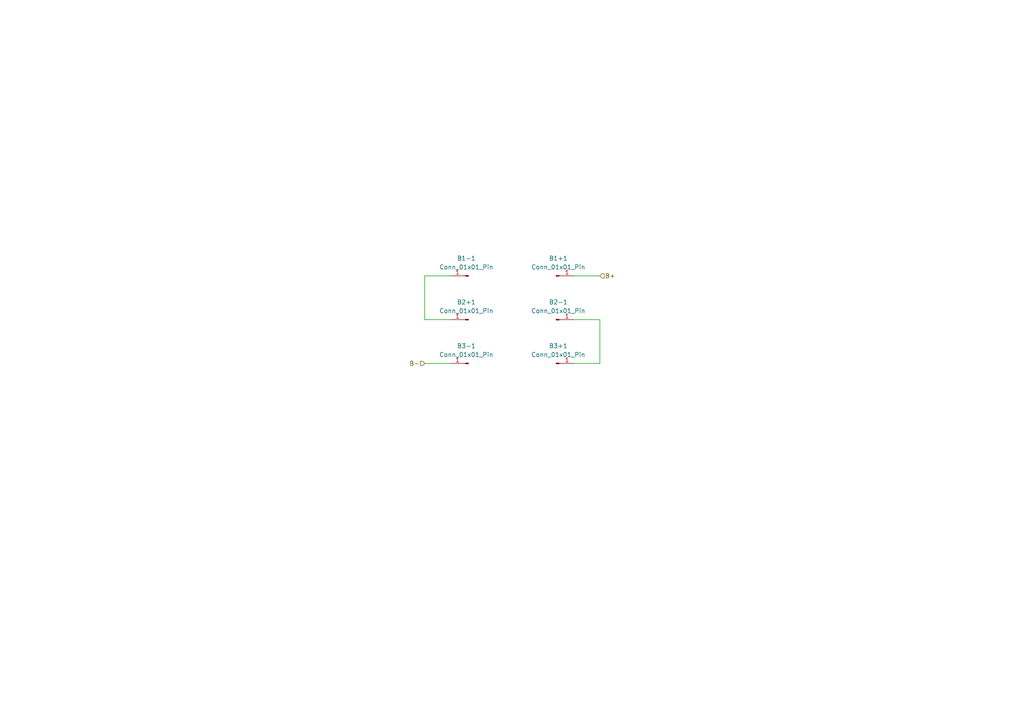
<source format=kicad_sch>
(kicad_sch (version 20250114) (generator "eeschema") (generator_version "9.0")
  (paper "A4")
  (title_block (title "Rücklicht") (date "17.11.2025") (rev "1.0") (company "Rücklicht 4") (comment 1 "Matteo Huber, Lukas Köppl") (comment 2 "Matthias Ulz, Adam Bukovjan") (comment 3 "Mathias Kornschober, Christian Hanschitz") (comment 4 "Gregor Gierlinger, Julian Gradwohl"))
  (lib_symbols
    (symbol "Connector:Conn_01x01_Pin" (pin_names (offset 1.016) (hide yes))
      (property "Reference" "J" (at 0 2.54 0))
      (property "Value" "Conn_01x01_Pin" (at 0 -2.54 0))
      (symbol "Conn_01x01_Pin_1_1"
        (rectangle (start 0.8636 0.127) (end 0 -0.127) (stroke (width 0.1524)) (fill (type outline)))
        (polyline (pts (xy 1.27 0) (xy 0.8636 0)) (stroke (width 0.1524)))
        (pin passive line (at 5.08 0 180) (length 3.81) (name "Pin_1") (number "1"))
      )
    )
  )
  (wire (pts (xy 130.81 80.01) (xy 123.19 80.01)))
  (wire (pts (xy 166.37 105.41) (xy 173.99 105.41)))
  (wire (pts (xy 123.19 80.01) (xy 123.19 92.71)))
  (wire (pts (xy 123.19 105.41) (xy 130.81 105.41)))
  (wire (pts (xy 123.19 92.71) (xy 130.81 92.71)))
  (wire (pts (xy 166.37 80.01) (xy 173.99 80.01)))
  (wire (pts (xy 166.37 92.71) (xy 173.99 92.71)))
  (wire (pts (xy 173.99 92.71) (xy 173.99 105.41)))
  (hierarchical_label "B+" (shape input) (at 173.99 80.01 0))
  (hierarchical_label "B-" (shape input) (at 123.19 105.41 180))
  (symbol (lib_id "Connector:Conn_01x01_Pin") (at 135.89 105.41 180) (unit 1)
    (property "Reference" "B3-1" (at 135.255 100.33 0))
    (property "Value" "Conn_01x01_Pin" (at 135.255 102.87 0))
    (property "Footprint" "Connector_Wire:SolderWire-1.5sqmm_1x01_D1.7mm_OD3.9mm" (effects (hide yes)))
    (property "Description" "Generic connector, single row, 01x01, script generated" (effects (hide yes)))
  )
  (symbol (lib_id "Connector:Conn_01x01_Pin") (at 161.29 80.01 0) (unit 1)
    (property "Reference" "B1+1" (at 161.925 74.93 0))
    (property "Value" "Conn_01x01_Pin" (at 161.925 77.47 0))
    (property "Footprint" "Connector_Wire:SolderWire-1.5sqmm_1x01_D1.7mm_OD3.9mm" (effects (hide yes)))
    (property "Description" "Generic connector, single row, 01x01, script generated" (effects (hide yes)))
  )
  (symbol (lib_id "Connector:Conn_01x01_Pin") (at 135.89 80.01 180) (unit 1)
    (property "Reference" "B1-1" (at 135.255 74.93 0))
    (property "Value" "Conn_01x01_Pin" (at 135.255 77.47 0))
    (property "Footprint" "Connector_Wire:SolderWire-1.5sqmm_1x01_D1.7mm_OD3.9mm" (effects (hide yes)))
    (property "Description" "Generic connector, single row, 01x01, script generated" (effects (hide yes)))
  )
  (symbol (lib_id "Connector:Conn_01x01_Pin") (at 135.89 92.71 180) (unit 1)
    (property "Reference" "B2+1" (at 135.255 87.63 0))
    (property "Value" "Conn_01x01_Pin" (at 135.255 90.17 0))
    (property "Footprint" "Connector_Wire:SolderWire-1.5sqmm_1x01_D1.7mm_OD3.9mm" (effects (hide yes)))
    (property "Description" "Generic connector, single row, 01x01, script generated" (effects (hide yes)))
  )
  (symbol (lib_id "Connector:Conn_01x01_Pin") (at 161.29 105.41 0) (unit 1)
    (property "Reference" "B3+1" (at 161.925 100.33 0))
    (property "Value" "Conn_01x01_Pin" (at 161.925 102.87 0))
    (property "Footprint" "Connector_Wire:SolderWire-1.5sqmm_1x01_D1.7mm_OD3.9mm" (effects (hide yes)))
    (property "Description" "Generic connector, single row, 01x01, script generated" (effects (hide yes)))
  )
  (symbol (lib_id "Connector:Conn_01x01_Pin") (at 161.29 92.71 0) (unit 1)
    (property "Reference" "B2-1" (at 161.925 87.63 0))
    (property "Value" "Conn_01x01_Pin" (at 161.925 90.17 0))
    (property "Footprint" "Connector_Wire:SolderWire-1.5sqmm_1x01_D1.7mm_OD3.9mm" (effects (hide yes)))
    (property "Description" "Generic connector, single row, 01x01, script generated" (effects (hide yes)))
  )
)
</source>
